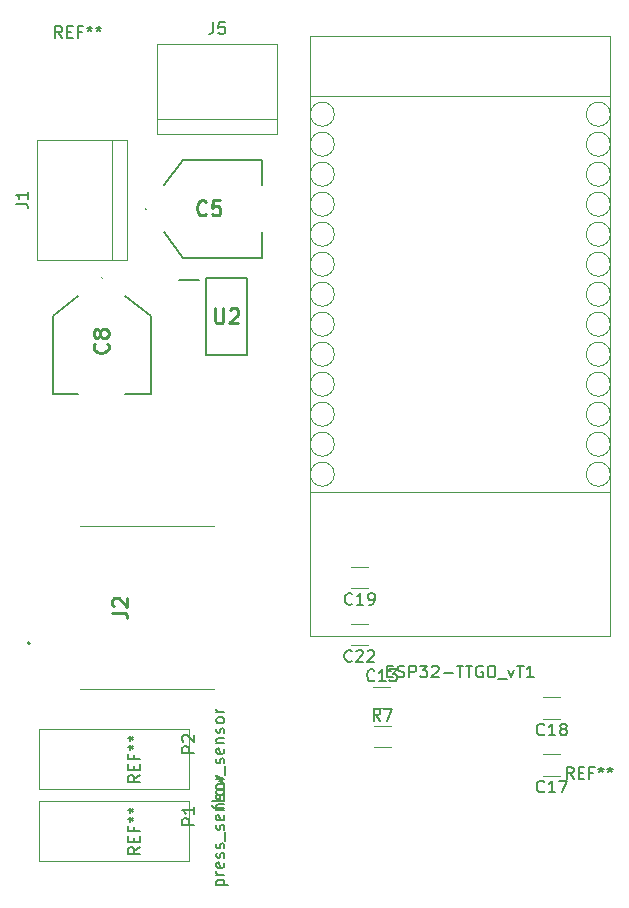
<source format=gbr>
%TF.GenerationSoftware,KiCad,Pcbnew,(5.1.12)-1*%
%TF.CreationDate,2021-12-15T12:49:01+01:00*%
%TF.ProjectId,HorseFOT_thomas_v1,486f7273-6546-44f5-945f-74686f6d6173,rev?*%
%TF.SameCoordinates,Original*%
%TF.FileFunction,Legend,Top*%
%TF.FilePolarity,Positive*%
%FSLAX46Y46*%
G04 Gerber Fmt 4.6, Leading zero omitted, Abs format (unit mm)*
G04 Created by KiCad (PCBNEW (5.1.12)-1) date 2021-12-15 12:49:01*
%MOMM*%
%LPD*%
G01*
G04 APERTURE LIST*
%ADD10C,0.100000*%
%ADD11C,0.200000*%
%ADD12C,0.120000*%
%ADD13C,0.050000*%
%ADD14C,0.254000*%
%ADD15C,0.150000*%
G04 APERTURE END LIST*
D10*
%TO.C,J2*%
X148909000Y-82381000D02*
X137635000Y-82381000D01*
X148909000Y-96181000D02*
X137609000Y-96181000D01*
D11*
X133359000Y-92281000D02*
X133359000Y-92281000D01*
X133159000Y-92281000D02*
X133159000Y-92281000D01*
X133359000Y-92281000D02*
G75*
G02*
X133159000Y-92281000I-100000J0D01*
G01*
X133159000Y-92281000D02*
G75*
G02*
X133359000Y-92281000I100000J0D01*
G01*
%TO.C,U2*%
X148237000Y-61393000D02*
X151737000Y-61393000D01*
X151737000Y-61393000D02*
X151737000Y-67893000D01*
X151737000Y-67893000D02*
X148237000Y-67893000D01*
X148237000Y-67893000D02*
X148237000Y-61393000D01*
X145962000Y-61518000D02*
X147712000Y-61518000D01*
D12*
%TO.C,ESP32-TTGO_vT1*%
X182499000Y-77978000D02*
G75*
G03*
X182499000Y-77978000I-1016000J0D01*
G01*
X182499000Y-75438000D02*
G75*
G03*
X182499000Y-75438000I-1016000J0D01*
G01*
X182499000Y-72898000D02*
G75*
G03*
X182499000Y-72898000I-1016000J0D01*
G01*
X182499000Y-70358000D02*
G75*
G03*
X182499000Y-70358000I-1016000J0D01*
G01*
X182499000Y-67818000D02*
G75*
G03*
X182499000Y-67818000I-1016000J0D01*
G01*
X182499000Y-62738000D02*
G75*
G03*
X182499000Y-62738000I-1016000J0D01*
G01*
X182499000Y-60198000D02*
G75*
G03*
X182499000Y-60198000I-1016000J0D01*
G01*
X182499000Y-57658000D02*
G75*
G03*
X182499000Y-57658000I-1016000J0D01*
G01*
X182499000Y-55118000D02*
G75*
G03*
X182499000Y-55118000I-1016000J0D01*
G01*
X182499000Y-52578000D02*
G75*
G03*
X182499000Y-52578000I-1016000J0D01*
G01*
X182499000Y-50038000D02*
G75*
G03*
X182499000Y-50038000I-1016000J0D01*
G01*
X182499000Y-47498000D02*
G75*
G03*
X182499000Y-47498000I-1016000J0D01*
G01*
X157099000Y-79502000D02*
X182499000Y-79502000D01*
X159131000Y-77978000D02*
G75*
G03*
X159131000Y-77978000I-1016000J0D01*
G01*
X159131000Y-75438000D02*
G75*
G03*
X159131000Y-75438000I-1016000J0D01*
G01*
X159131000Y-72898000D02*
G75*
G03*
X159131000Y-72898000I-1016000J0D01*
G01*
X159131000Y-70358000D02*
G75*
G03*
X159131000Y-70358000I-1016000J0D01*
G01*
X159131000Y-67818000D02*
G75*
G03*
X159131000Y-67818000I-1016000J0D01*
G01*
X159131000Y-65278000D02*
G75*
G03*
X159131000Y-65278000I-1016000J0D01*
G01*
X159131000Y-62738000D02*
G75*
G03*
X159131000Y-62738000I-1016000J0D01*
G01*
X159131000Y-60198000D02*
G75*
G03*
X159131000Y-60198000I-1016000J0D01*
G01*
X159131000Y-57658000D02*
G75*
G03*
X159131000Y-57658000I-1016000J0D01*
G01*
X159131000Y-55118000D02*
G75*
G03*
X159131000Y-55118000I-1016000J0D01*
G01*
X159131000Y-52578000D02*
G75*
G03*
X159131000Y-52578000I-1016000J0D01*
G01*
X159131000Y-50038000D02*
G75*
G03*
X159131000Y-50038000I-1016000J0D01*
G01*
X159131000Y-47498000D02*
G75*
G03*
X159131000Y-47498000I-1016000J0D01*
G01*
X157099000Y-45974000D02*
X182499000Y-45974000D01*
X157099000Y-91694000D02*
X157099000Y-40894000D01*
X157099000Y-40894000D02*
X182499000Y-40894000D01*
X182499000Y-40894000D02*
X182499000Y-91694000D01*
X157099000Y-91694000D02*
X182499000Y-91694000D01*
X182499000Y-65278000D02*
G75*
G03*
X182499000Y-65278000I-1016000J0D01*
G01*
%TO.C,R7*%
X162467936Y-99293000D02*
X163922064Y-99293000D01*
X162467936Y-101113000D02*
X163922064Y-101113000D01*
%TO.C,P2*%
X146812000Y-104648000D02*
X134112000Y-104648000D01*
X146812000Y-104648000D02*
X146812000Y-99568000D01*
X146812000Y-99568000D02*
X134112000Y-99568000D01*
X134112000Y-104648000D02*
X134112000Y-99568000D01*
%TO.C,P1*%
X146812000Y-110744000D02*
X134112000Y-110744000D01*
X146812000Y-110744000D02*
X146812000Y-105664000D01*
X146812000Y-105664000D02*
X134112000Y-105664000D01*
X134112000Y-110744000D02*
X134112000Y-105664000D01*
%TO.C,J5*%
X154305000Y-47879000D02*
X144145000Y-47879000D01*
X154305000Y-49149000D02*
X154305000Y-41529000D01*
X154305000Y-41529000D02*
X144145000Y-41529000D01*
X144145000Y-41529000D02*
X144145000Y-49149000D01*
X144145000Y-49149000D02*
X154305000Y-49149000D01*
%TO.C,J1*%
X140335000Y-49657000D02*
X140335000Y-59817000D01*
X141605000Y-49657000D02*
X133985000Y-49657000D01*
X133985000Y-49657000D02*
X133985000Y-59817000D01*
X133985000Y-59817000D02*
X141605000Y-59817000D01*
X141605000Y-59817000D02*
X141605000Y-49657000D01*
%TO.C,C22*%
X161962752Y-92477000D02*
X160540248Y-92477000D01*
X161962752Y-90657000D02*
X160540248Y-90657000D01*
%TO.C,C19*%
X162001252Y-87651000D02*
X160578748Y-87651000D01*
X162001252Y-85831000D02*
X160578748Y-85831000D01*
%TO.C,C18*%
X178257252Y-98700000D02*
X176834748Y-98700000D01*
X178257252Y-96880000D02*
X176834748Y-96880000D01*
%TO.C,C17*%
X178257252Y-103526000D02*
X176834748Y-103526000D01*
X178257252Y-101706000D02*
X176834748Y-101706000D01*
%TO.C,C13*%
X162445248Y-95991000D02*
X163867752Y-95991000D01*
X162445248Y-97811000D02*
X163867752Y-97811000D01*
D11*
%TO.C,C8*%
X135296000Y-71206000D02*
X137446000Y-71206000D01*
X135296000Y-64556000D02*
X135296000Y-71206000D01*
X137446000Y-62906000D02*
X135296000Y-64556000D01*
X143596000Y-71206000D02*
X141446000Y-71206000D01*
X143596000Y-64556000D02*
X143596000Y-71206000D01*
X141446000Y-62906000D02*
X143596000Y-64556000D01*
D13*
X139446000Y-61381000D02*
X139446000Y-61381000D01*
X139446000Y-61331000D02*
X139446000Y-61331000D01*
X139446000Y-61331000D02*
G75*
G02*
X139446000Y-61381000I0J-25000D01*
G01*
X139446000Y-61381000D02*
G75*
G02*
X139446000Y-61331000I0J25000D01*
G01*
D11*
%TO.C,C5*%
X152994000Y-59649000D02*
X152994000Y-57499000D01*
X146344000Y-59649000D02*
X152994000Y-59649000D01*
X144694000Y-57499000D02*
X146344000Y-59649000D01*
X152994000Y-51349000D02*
X152994000Y-53499000D01*
X146344000Y-51349000D02*
X152994000Y-51349000D01*
X144694000Y-53499000D02*
X146344000Y-51349000D01*
D13*
X143169000Y-55499000D02*
X143169000Y-55499000D01*
X143119000Y-55499000D02*
X143119000Y-55499000D01*
X143119000Y-55499000D02*
G75*
G02*
X143169000Y-55499000I25000J0D01*
G01*
X143169000Y-55499000D02*
G75*
G02*
X143119000Y-55499000I-25000J0D01*
G01*
%TO.C,J2*%
D14*
X140338523Y-89704333D02*
X141245666Y-89704333D01*
X141427095Y-89764809D01*
X141548047Y-89885761D01*
X141608523Y-90067190D01*
X141608523Y-90188142D01*
X140459476Y-89160047D02*
X140399000Y-89099571D01*
X140338523Y-88978619D01*
X140338523Y-88676238D01*
X140399000Y-88555285D01*
X140459476Y-88494809D01*
X140580428Y-88434333D01*
X140701380Y-88434333D01*
X140882809Y-88494809D01*
X141608523Y-89220523D01*
X141608523Y-88434333D01*
%TO.C,U2*%
X149019380Y-63947523D02*
X149019380Y-64975619D01*
X149079857Y-65096571D01*
X149140333Y-65157047D01*
X149261285Y-65217523D01*
X149503190Y-65217523D01*
X149624142Y-65157047D01*
X149684619Y-65096571D01*
X149745095Y-64975619D01*
X149745095Y-63947523D01*
X150289380Y-64068476D02*
X150349857Y-64008000D01*
X150470809Y-63947523D01*
X150773190Y-63947523D01*
X150894142Y-64008000D01*
X150954619Y-64068476D01*
X151015095Y-64189428D01*
X151015095Y-64310380D01*
X150954619Y-64491809D01*
X150228904Y-65217523D01*
X151015095Y-65217523D01*
%TO.C,ESP32-TTGO_vT1*%
D15*
X163632333Y-94662571D02*
X163965666Y-94662571D01*
X164108523Y-95186380D02*
X163632333Y-95186380D01*
X163632333Y-94186380D01*
X164108523Y-94186380D01*
X164489476Y-95138761D02*
X164632333Y-95186380D01*
X164870428Y-95186380D01*
X164965666Y-95138761D01*
X165013285Y-95091142D01*
X165060904Y-94995904D01*
X165060904Y-94900666D01*
X165013285Y-94805428D01*
X164965666Y-94757809D01*
X164870428Y-94710190D01*
X164679952Y-94662571D01*
X164584714Y-94614952D01*
X164537095Y-94567333D01*
X164489476Y-94472095D01*
X164489476Y-94376857D01*
X164537095Y-94281619D01*
X164584714Y-94234000D01*
X164679952Y-94186380D01*
X164918047Y-94186380D01*
X165060904Y-94234000D01*
X165489476Y-95186380D02*
X165489476Y-94186380D01*
X165870428Y-94186380D01*
X165965666Y-94234000D01*
X166013285Y-94281619D01*
X166060904Y-94376857D01*
X166060904Y-94519714D01*
X166013285Y-94614952D01*
X165965666Y-94662571D01*
X165870428Y-94710190D01*
X165489476Y-94710190D01*
X166394238Y-94186380D02*
X167013285Y-94186380D01*
X166679952Y-94567333D01*
X166822809Y-94567333D01*
X166918047Y-94614952D01*
X166965666Y-94662571D01*
X167013285Y-94757809D01*
X167013285Y-94995904D01*
X166965666Y-95091142D01*
X166918047Y-95138761D01*
X166822809Y-95186380D01*
X166537095Y-95186380D01*
X166441857Y-95138761D01*
X166394238Y-95091142D01*
X167394238Y-94281619D02*
X167441857Y-94234000D01*
X167537095Y-94186380D01*
X167775190Y-94186380D01*
X167870428Y-94234000D01*
X167918047Y-94281619D01*
X167965666Y-94376857D01*
X167965666Y-94472095D01*
X167918047Y-94614952D01*
X167346619Y-95186380D01*
X167965666Y-95186380D01*
X168394238Y-94805428D02*
X169156142Y-94805428D01*
X169489476Y-94186380D02*
X170060904Y-94186380D01*
X169775190Y-95186380D02*
X169775190Y-94186380D01*
X170251380Y-94186380D02*
X170822809Y-94186380D01*
X170537095Y-95186380D02*
X170537095Y-94186380D01*
X171679952Y-94234000D02*
X171584714Y-94186380D01*
X171441857Y-94186380D01*
X171299000Y-94234000D01*
X171203761Y-94329238D01*
X171156142Y-94424476D01*
X171108523Y-94614952D01*
X171108523Y-94757809D01*
X171156142Y-94948285D01*
X171203761Y-95043523D01*
X171299000Y-95138761D01*
X171441857Y-95186380D01*
X171537095Y-95186380D01*
X171679952Y-95138761D01*
X171727571Y-95091142D01*
X171727571Y-94757809D01*
X171537095Y-94757809D01*
X172346619Y-94186380D02*
X172537095Y-94186380D01*
X172632333Y-94234000D01*
X172727571Y-94329238D01*
X172775190Y-94519714D01*
X172775190Y-94853047D01*
X172727571Y-95043523D01*
X172632333Y-95138761D01*
X172537095Y-95186380D01*
X172346619Y-95186380D01*
X172251380Y-95138761D01*
X172156142Y-95043523D01*
X172108523Y-94853047D01*
X172108523Y-94519714D01*
X172156142Y-94329238D01*
X172251380Y-94234000D01*
X172346619Y-94186380D01*
X172965666Y-95281619D02*
X173727571Y-95281619D01*
X173870428Y-94519714D02*
X174108523Y-95186380D01*
X174346619Y-94519714D01*
X174584714Y-94186380D02*
X175156142Y-94186380D01*
X174870428Y-95186380D02*
X174870428Y-94186380D01*
X176013285Y-95186380D02*
X175441857Y-95186380D01*
X175727571Y-95186380D02*
X175727571Y-94186380D01*
X175632333Y-94329238D01*
X175537095Y-94424476D01*
X175441857Y-94472095D01*
%TO.C,REF\u002A\u002A*%
X136080666Y-41037380D02*
X135747333Y-40561190D01*
X135509238Y-41037380D02*
X135509238Y-40037380D01*
X135890190Y-40037380D01*
X135985428Y-40085000D01*
X136033047Y-40132619D01*
X136080666Y-40227857D01*
X136080666Y-40370714D01*
X136033047Y-40465952D01*
X135985428Y-40513571D01*
X135890190Y-40561190D01*
X135509238Y-40561190D01*
X136509238Y-40513571D02*
X136842571Y-40513571D01*
X136985428Y-41037380D02*
X136509238Y-41037380D01*
X136509238Y-40037380D01*
X136985428Y-40037380D01*
X137747333Y-40513571D02*
X137414000Y-40513571D01*
X137414000Y-41037380D02*
X137414000Y-40037380D01*
X137890190Y-40037380D01*
X138414000Y-40037380D02*
X138414000Y-40275476D01*
X138175904Y-40180238D02*
X138414000Y-40275476D01*
X138652095Y-40180238D01*
X138271142Y-40465952D02*
X138414000Y-40275476D01*
X138556857Y-40465952D01*
X139175904Y-40037380D02*
X139175904Y-40275476D01*
X138937809Y-40180238D02*
X139175904Y-40275476D01*
X139414000Y-40180238D01*
X139033047Y-40465952D02*
X139175904Y-40275476D01*
X139318761Y-40465952D01*
X179387666Y-103775380D02*
X179054333Y-103299190D01*
X178816238Y-103775380D02*
X178816238Y-102775380D01*
X179197190Y-102775380D01*
X179292428Y-102823000D01*
X179340047Y-102870619D01*
X179387666Y-102965857D01*
X179387666Y-103108714D01*
X179340047Y-103203952D01*
X179292428Y-103251571D01*
X179197190Y-103299190D01*
X178816238Y-103299190D01*
X179816238Y-103251571D02*
X180149571Y-103251571D01*
X180292428Y-103775380D02*
X179816238Y-103775380D01*
X179816238Y-102775380D01*
X180292428Y-102775380D01*
X181054333Y-103251571D02*
X180721000Y-103251571D01*
X180721000Y-103775380D02*
X180721000Y-102775380D01*
X181197190Y-102775380D01*
X181721000Y-102775380D02*
X181721000Y-103013476D01*
X181482904Y-102918238D02*
X181721000Y-103013476D01*
X181959095Y-102918238D01*
X181578142Y-103203952D02*
X181721000Y-103013476D01*
X181863857Y-103203952D01*
X182482904Y-102775380D02*
X182482904Y-103013476D01*
X182244809Y-102918238D02*
X182482904Y-103013476D01*
X182721000Y-102918238D01*
X182340047Y-103203952D02*
X182482904Y-103013476D01*
X182625761Y-103203952D01*
%TO.C,R7*%
X163028333Y-98835380D02*
X162695000Y-98359190D01*
X162456904Y-98835380D02*
X162456904Y-97835380D01*
X162837857Y-97835380D01*
X162933095Y-97883000D01*
X162980714Y-97930619D01*
X163028333Y-98025857D01*
X163028333Y-98168714D01*
X162980714Y-98263952D01*
X162933095Y-98311571D01*
X162837857Y-98359190D01*
X162456904Y-98359190D01*
X163361666Y-97835380D02*
X164028333Y-97835380D01*
X163599761Y-98835380D01*
%TO.C,P2*%
X147264380Y-101576095D02*
X146264380Y-101576095D01*
X146264380Y-101195142D01*
X146312000Y-101099904D01*
X146359619Y-101052285D01*
X146454857Y-101004666D01*
X146597714Y-101004666D01*
X146692952Y-101052285D01*
X146740571Y-101099904D01*
X146788190Y-101195142D01*
X146788190Y-101576095D01*
X146359619Y-100623714D02*
X146312000Y-100576095D01*
X146264380Y-100480857D01*
X146264380Y-100242761D01*
X146312000Y-100147523D01*
X146359619Y-100099904D01*
X146454857Y-100052285D01*
X146550095Y-100052285D01*
X146692952Y-100099904D01*
X147264380Y-100671333D01*
X147264380Y-100052285D01*
X149137714Y-106369904D02*
X149137714Y-105988952D01*
X149804380Y-106227047D02*
X148947238Y-106227047D01*
X148852000Y-106179428D01*
X148804380Y-106084190D01*
X148804380Y-105988952D01*
X149804380Y-105512761D02*
X149756761Y-105608000D01*
X149661523Y-105655619D01*
X148804380Y-105655619D01*
X149804380Y-104988952D02*
X149756761Y-105084190D01*
X149709142Y-105131809D01*
X149613904Y-105179428D01*
X149328190Y-105179428D01*
X149232952Y-105131809D01*
X149185333Y-105084190D01*
X149137714Y-104988952D01*
X149137714Y-104846095D01*
X149185333Y-104750857D01*
X149232952Y-104703238D01*
X149328190Y-104655619D01*
X149613904Y-104655619D01*
X149709142Y-104703238D01*
X149756761Y-104750857D01*
X149804380Y-104846095D01*
X149804380Y-104988952D01*
X149137714Y-104322285D02*
X149804380Y-104131809D01*
X149328190Y-103941333D01*
X149804380Y-103750857D01*
X149137714Y-103560380D01*
X149899619Y-103417523D02*
X149899619Y-102655619D01*
X149756761Y-102465142D02*
X149804380Y-102369904D01*
X149804380Y-102179428D01*
X149756761Y-102084190D01*
X149661523Y-102036571D01*
X149613904Y-102036571D01*
X149518666Y-102084190D01*
X149471047Y-102179428D01*
X149471047Y-102322285D01*
X149423428Y-102417523D01*
X149328190Y-102465142D01*
X149280571Y-102465142D01*
X149185333Y-102417523D01*
X149137714Y-102322285D01*
X149137714Y-102179428D01*
X149185333Y-102084190D01*
X149756761Y-101227047D02*
X149804380Y-101322285D01*
X149804380Y-101512761D01*
X149756761Y-101608000D01*
X149661523Y-101655619D01*
X149280571Y-101655619D01*
X149185333Y-101608000D01*
X149137714Y-101512761D01*
X149137714Y-101322285D01*
X149185333Y-101227047D01*
X149280571Y-101179428D01*
X149375809Y-101179428D01*
X149471047Y-101655619D01*
X149137714Y-100750857D02*
X149804380Y-100750857D01*
X149232952Y-100750857D02*
X149185333Y-100703238D01*
X149137714Y-100608000D01*
X149137714Y-100465142D01*
X149185333Y-100369904D01*
X149280571Y-100322285D01*
X149804380Y-100322285D01*
X149756761Y-99893714D02*
X149804380Y-99798476D01*
X149804380Y-99608000D01*
X149756761Y-99512761D01*
X149661523Y-99465142D01*
X149613904Y-99465142D01*
X149518666Y-99512761D01*
X149471047Y-99608000D01*
X149471047Y-99750857D01*
X149423428Y-99846095D01*
X149328190Y-99893714D01*
X149280571Y-99893714D01*
X149185333Y-99846095D01*
X149137714Y-99750857D01*
X149137714Y-99608000D01*
X149185333Y-99512761D01*
X149804380Y-98893714D02*
X149756761Y-98988952D01*
X149709142Y-99036571D01*
X149613904Y-99084190D01*
X149328190Y-99084190D01*
X149232952Y-99036571D01*
X149185333Y-98988952D01*
X149137714Y-98893714D01*
X149137714Y-98750857D01*
X149185333Y-98655619D01*
X149232952Y-98608000D01*
X149328190Y-98560380D01*
X149613904Y-98560380D01*
X149709142Y-98608000D01*
X149756761Y-98655619D01*
X149804380Y-98750857D01*
X149804380Y-98893714D01*
X149804380Y-98131809D02*
X149137714Y-98131809D01*
X149328190Y-98131809D02*
X149232952Y-98084190D01*
X149185333Y-98036571D01*
X149137714Y-97941333D01*
X149137714Y-97846095D01*
X142664380Y-103441333D02*
X142188190Y-103774666D01*
X142664380Y-104012761D02*
X141664380Y-104012761D01*
X141664380Y-103631809D01*
X141712000Y-103536571D01*
X141759619Y-103488952D01*
X141854857Y-103441333D01*
X141997714Y-103441333D01*
X142092952Y-103488952D01*
X142140571Y-103536571D01*
X142188190Y-103631809D01*
X142188190Y-104012761D01*
X142140571Y-103012761D02*
X142140571Y-102679428D01*
X142664380Y-102536571D02*
X142664380Y-103012761D01*
X141664380Y-103012761D01*
X141664380Y-102536571D01*
X142140571Y-101774666D02*
X142140571Y-102108000D01*
X142664380Y-102108000D02*
X141664380Y-102108000D01*
X141664380Y-101631809D01*
X141664380Y-101108000D02*
X141902476Y-101108000D01*
X141807238Y-101346095D02*
X141902476Y-101108000D01*
X141807238Y-100869904D01*
X142092952Y-101250857D02*
X141902476Y-101108000D01*
X142092952Y-100965142D01*
X141664380Y-100346095D02*
X141902476Y-100346095D01*
X141807238Y-100584190D02*
X141902476Y-100346095D01*
X141807238Y-100108000D01*
X142092952Y-100488952D02*
X141902476Y-100346095D01*
X142092952Y-100203238D01*
%TO.C,P1*%
X147264380Y-107672095D02*
X146264380Y-107672095D01*
X146264380Y-107291142D01*
X146312000Y-107195904D01*
X146359619Y-107148285D01*
X146454857Y-107100666D01*
X146597714Y-107100666D01*
X146692952Y-107148285D01*
X146740571Y-107195904D01*
X146788190Y-107291142D01*
X146788190Y-107672095D01*
X147264380Y-106148285D02*
X147264380Y-106719714D01*
X147264380Y-106434000D02*
X146264380Y-106434000D01*
X146407238Y-106529238D01*
X146502476Y-106624476D01*
X146550095Y-106719714D01*
X149137714Y-112799238D02*
X150137714Y-112799238D01*
X149185333Y-112799238D02*
X149137714Y-112704000D01*
X149137714Y-112513523D01*
X149185333Y-112418285D01*
X149232952Y-112370666D01*
X149328190Y-112323047D01*
X149613904Y-112323047D01*
X149709142Y-112370666D01*
X149756761Y-112418285D01*
X149804380Y-112513523D01*
X149804380Y-112704000D01*
X149756761Y-112799238D01*
X149804380Y-111894476D02*
X149137714Y-111894476D01*
X149328190Y-111894476D02*
X149232952Y-111846857D01*
X149185333Y-111799238D01*
X149137714Y-111704000D01*
X149137714Y-111608761D01*
X149756761Y-110894476D02*
X149804380Y-110989714D01*
X149804380Y-111180190D01*
X149756761Y-111275428D01*
X149661523Y-111323047D01*
X149280571Y-111323047D01*
X149185333Y-111275428D01*
X149137714Y-111180190D01*
X149137714Y-110989714D01*
X149185333Y-110894476D01*
X149280571Y-110846857D01*
X149375809Y-110846857D01*
X149471047Y-111323047D01*
X149756761Y-110465904D02*
X149804380Y-110370666D01*
X149804380Y-110180190D01*
X149756761Y-110084952D01*
X149661523Y-110037333D01*
X149613904Y-110037333D01*
X149518666Y-110084952D01*
X149471047Y-110180190D01*
X149471047Y-110323047D01*
X149423428Y-110418285D01*
X149328190Y-110465904D01*
X149280571Y-110465904D01*
X149185333Y-110418285D01*
X149137714Y-110323047D01*
X149137714Y-110180190D01*
X149185333Y-110084952D01*
X149756761Y-109656380D02*
X149804380Y-109561142D01*
X149804380Y-109370666D01*
X149756761Y-109275428D01*
X149661523Y-109227809D01*
X149613904Y-109227809D01*
X149518666Y-109275428D01*
X149471047Y-109370666D01*
X149471047Y-109513523D01*
X149423428Y-109608761D01*
X149328190Y-109656380D01*
X149280571Y-109656380D01*
X149185333Y-109608761D01*
X149137714Y-109513523D01*
X149137714Y-109370666D01*
X149185333Y-109275428D01*
X149899619Y-109037333D02*
X149899619Y-108275428D01*
X149756761Y-108084952D02*
X149804380Y-107989714D01*
X149804380Y-107799238D01*
X149756761Y-107704000D01*
X149661523Y-107656380D01*
X149613904Y-107656380D01*
X149518666Y-107704000D01*
X149471047Y-107799238D01*
X149471047Y-107942095D01*
X149423428Y-108037333D01*
X149328190Y-108084952D01*
X149280571Y-108084952D01*
X149185333Y-108037333D01*
X149137714Y-107942095D01*
X149137714Y-107799238D01*
X149185333Y-107704000D01*
X149756761Y-106846857D02*
X149804380Y-106942095D01*
X149804380Y-107132571D01*
X149756761Y-107227809D01*
X149661523Y-107275428D01*
X149280571Y-107275428D01*
X149185333Y-107227809D01*
X149137714Y-107132571D01*
X149137714Y-106942095D01*
X149185333Y-106846857D01*
X149280571Y-106799238D01*
X149375809Y-106799238D01*
X149471047Y-107275428D01*
X149137714Y-106370666D02*
X149804380Y-106370666D01*
X149232952Y-106370666D02*
X149185333Y-106323047D01*
X149137714Y-106227809D01*
X149137714Y-106084952D01*
X149185333Y-105989714D01*
X149280571Y-105942095D01*
X149804380Y-105942095D01*
X149756761Y-105513523D02*
X149804380Y-105418285D01*
X149804380Y-105227809D01*
X149756761Y-105132571D01*
X149661523Y-105084952D01*
X149613904Y-105084952D01*
X149518666Y-105132571D01*
X149471047Y-105227809D01*
X149471047Y-105370666D01*
X149423428Y-105465904D01*
X149328190Y-105513523D01*
X149280571Y-105513523D01*
X149185333Y-105465904D01*
X149137714Y-105370666D01*
X149137714Y-105227809D01*
X149185333Y-105132571D01*
X149804380Y-104513523D02*
X149756761Y-104608761D01*
X149709142Y-104656380D01*
X149613904Y-104704000D01*
X149328190Y-104704000D01*
X149232952Y-104656380D01*
X149185333Y-104608761D01*
X149137714Y-104513523D01*
X149137714Y-104370666D01*
X149185333Y-104275428D01*
X149232952Y-104227809D01*
X149328190Y-104180190D01*
X149613904Y-104180190D01*
X149709142Y-104227809D01*
X149756761Y-104275428D01*
X149804380Y-104370666D01*
X149804380Y-104513523D01*
X149804380Y-103751619D02*
X149137714Y-103751619D01*
X149328190Y-103751619D02*
X149232952Y-103704000D01*
X149185333Y-103656380D01*
X149137714Y-103561142D01*
X149137714Y-103465904D01*
X142664380Y-109537333D02*
X142188190Y-109870666D01*
X142664380Y-110108761D02*
X141664380Y-110108761D01*
X141664380Y-109727809D01*
X141712000Y-109632571D01*
X141759619Y-109584952D01*
X141854857Y-109537333D01*
X141997714Y-109537333D01*
X142092952Y-109584952D01*
X142140571Y-109632571D01*
X142188190Y-109727809D01*
X142188190Y-110108761D01*
X142140571Y-109108761D02*
X142140571Y-108775428D01*
X142664380Y-108632571D02*
X142664380Y-109108761D01*
X141664380Y-109108761D01*
X141664380Y-108632571D01*
X142140571Y-107870666D02*
X142140571Y-108204000D01*
X142664380Y-108204000D02*
X141664380Y-108204000D01*
X141664380Y-107727809D01*
X141664380Y-107204000D02*
X141902476Y-107204000D01*
X141807238Y-107442095D02*
X141902476Y-107204000D01*
X141807238Y-106965904D01*
X142092952Y-107346857D02*
X141902476Y-107204000D01*
X142092952Y-107061142D01*
X141664380Y-106442095D02*
X141902476Y-106442095D01*
X141807238Y-106680190D02*
X141902476Y-106442095D01*
X141807238Y-106204000D01*
X142092952Y-106584952D02*
X141902476Y-106442095D01*
X142092952Y-106299238D01*
%TO.C,J5*%
X148891666Y-39711380D02*
X148891666Y-40425666D01*
X148844047Y-40568523D01*
X148748809Y-40663761D01*
X148605952Y-40711380D01*
X148510714Y-40711380D01*
X149844047Y-39711380D02*
X149367857Y-39711380D01*
X149320238Y-40187571D01*
X149367857Y-40139952D01*
X149463095Y-40092333D01*
X149701190Y-40092333D01*
X149796428Y-40139952D01*
X149844047Y-40187571D01*
X149891666Y-40282809D01*
X149891666Y-40520904D01*
X149844047Y-40616142D01*
X149796428Y-40663761D01*
X149701190Y-40711380D01*
X149463095Y-40711380D01*
X149367857Y-40663761D01*
X149320238Y-40616142D01*
%TO.C,J1*%
X132167380Y-55070333D02*
X132881666Y-55070333D01*
X133024523Y-55117952D01*
X133119761Y-55213190D01*
X133167380Y-55356047D01*
X133167380Y-55451285D01*
X133167380Y-54070333D02*
X133167380Y-54641761D01*
X133167380Y-54356047D02*
X132167380Y-54356047D01*
X132310238Y-54451285D01*
X132405476Y-54546523D01*
X132453095Y-54641761D01*
%TO.C,C22*%
X160608642Y-93774142D02*
X160561023Y-93821761D01*
X160418166Y-93869380D01*
X160322928Y-93869380D01*
X160180071Y-93821761D01*
X160084833Y-93726523D01*
X160037214Y-93631285D01*
X159989595Y-93440809D01*
X159989595Y-93297952D01*
X160037214Y-93107476D01*
X160084833Y-93012238D01*
X160180071Y-92917000D01*
X160322928Y-92869380D01*
X160418166Y-92869380D01*
X160561023Y-92917000D01*
X160608642Y-92964619D01*
X160989595Y-92964619D02*
X161037214Y-92917000D01*
X161132452Y-92869380D01*
X161370547Y-92869380D01*
X161465785Y-92917000D01*
X161513404Y-92964619D01*
X161561023Y-93059857D01*
X161561023Y-93155095D01*
X161513404Y-93297952D01*
X160941976Y-93869380D01*
X161561023Y-93869380D01*
X161941976Y-92964619D02*
X161989595Y-92917000D01*
X162084833Y-92869380D01*
X162322928Y-92869380D01*
X162418166Y-92917000D01*
X162465785Y-92964619D01*
X162513404Y-93059857D01*
X162513404Y-93155095D01*
X162465785Y-93297952D01*
X161894357Y-93869380D01*
X162513404Y-93869380D01*
%TO.C,C19*%
X160647142Y-88948142D02*
X160599523Y-88995761D01*
X160456666Y-89043380D01*
X160361428Y-89043380D01*
X160218571Y-88995761D01*
X160123333Y-88900523D01*
X160075714Y-88805285D01*
X160028095Y-88614809D01*
X160028095Y-88471952D01*
X160075714Y-88281476D01*
X160123333Y-88186238D01*
X160218571Y-88091000D01*
X160361428Y-88043380D01*
X160456666Y-88043380D01*
X160599523Y-88091000D01*
X160647142Y-88138619D01*
X161599523Y-89043380D02*
X161028095Y-89043380D01*
X161313809Y-89043380D02*
X161313809Y-88043380D01*
X161218571Y-88186238D01*
X161123333Y-88281476D01*
X161028095Y-88329095D01*
X162075714Y-89043380D02*
X162266190Y-89043380D01*
X162361428Y-88995761D01*
X162409047Y-88948142D01*
X162504285Y-88805285D01*
X162551904Y-88614809D01*
X162551904Y-88233857D01*
X162504285Y-88138619D01*
X162456666Y-88091000D01*
X162361428Y-88043380D01*
X162170952Y-88043380D01*
X162075714Y-88091000D01*
X162028095Y-88138619D01*
X161980476Y-88233857D01*
X161980476Y-88471952D01*
X162028095Y-88567190D01*
X162075714Y-88614809D01*
X162170952Y-88662428D01*
X162361428Y-88662428D01*
X162456666Y-88614809D01*
X162504285Y-88567190D01*
X162551904Y-88471952D01*
%TO.C,C18*%
X176903142Y-99997142D02*
X176855523Y-100044761D01*
X176712666Y-100092380D01*
X176617428Y-100092380D01*
X176474571Y-100044761D01*
X176379333Y-99949523D01*
X176331714Y-99854285D01*
X176284095Y-99663809D01*
X176284095Y-99520952D01*
X176331714Y-99330476D01*
X176379333Y-99235238D01*
X176474571Y-99140000D01*
X176617428Y-99092380D01*
X176712666Y-99092380D01*
X176855523Y-99140000D01*
X176903142Y-99187619D01*
X177855523Y-100092380D02*
X177284095Y-100092380D01*
X177569809Y-100092380D02*
X177569809Y-99092380D01*
X177474571Y-99235238D01*
X177379333Y-99330476D01*
X177284095Y-99378095D01*
X178426952Y-99520952D02*
X178331714Y-99473333D01*
X178284095Y-99425714D01*
X178236476Y-99330476D01*
X178236476Y-99282857D01*
X178284095Y-99187619D01*
X178331714Y-99140000D01*
X178426952Y-99092380D01*
X178617428Y-99092380D01*
X178712666Y-99140000D01*
X178760285Y-99187619D01*
X178807904Y-99282857D01*
X178807904Y-99330476D01*
X178760285Y-99425714D01*
X178712666Y-99473333D01*
X178617428Y-99520952D01*
X178426952Y-99520952D01*
X178331714Y-99568571D01*
X178284095Y-99616190D01*
X178236476Y-99711428D01*
X178236476Y-99901904D01*
X178284095Y-99997142D01*
X178331714Y-100044761D01*
X178426952Y-100092380D01*
X178617428Y-100092380D01*
X178712666Y-100044761D01*
X178760285Y-99997142D01*
X178807904Y-99901904D01*
X178807904Y-99711428D01*
X178760285Y-99616190D01*
X178712666Y-99568571D01*
X178617428Y-99520952D01*
%TO.C,C17*%
X176903142Y-104823142D02*
X176855523Y-104870761D01*
X176712666Y-104918380D01*
X176617428Y-104918380D01*
X176474571Y-104870761D01*
X176379333Y-104775523D01*
X176331714Y-104680285D01*
X176284095Y-104489809D01*
X176284095Y-104346952D01*
X176331714Y-104156476D01*
X176379333Y-104061238D01*
X176474571Y-103966000D01*
X176617428Y-103918380D01*
X176712666Y-103918380D01*
X176855523Y-103966000D01*
X176903142Y-104013619D01*
X177855523Y-104918380D02*
X177284095Y-104918380D01*
X177569809Y-104918380D02*
X177569809Y-103918380D01*
X177474571Y-104061238D01*
X177379333Y-104156476D01*
X177284095Y-104204095D01*
X178188857Y-103918380D02*
X178855523Y-103918380D01*
X178426952Y-104918380D01*
%TO.C,C13*%
X162513642Y-95408142D02*
X162466023Y-95455761D01*
X162323166Y-95503380D01*
X162227928Y-95503380D01*
X162085071Y-95455761D01*
X161989833Y-95360523D01*
X161942214Y-95265285D01*
X161894595Y-95074809D01*
X161894595Y-94931952D01*
X161942214Y-94741476D01*
X161989833Y-94646238D01*
X162085071Y-94551000D01*
X162227928Y-94503380D01*
X162323166Y-94503380D01*
X162466023Y-94551000D01*
X162513642Y-94598619D01*
X163466023Y-95503380D02*
X162894595Y-95503380D01*
X163180309Y-95503380D02*
X163180309Y-94503380D01*
X163085071Y-94646238D01*
X162989833Y-94741476D01*
X162894595Y-94789095D01*
X163799357Y-94503380D02*
X164418404Y-94503380D01*
X164085071Y-94884333D01*
X164227928Y-94884333D01*
X164323166Y-94931952D01*
X164370785Y-94979571D01*
X164418404Y-95074809D01*
X164418404Y-95312904D01*
X164370785Y-95408142D01*
X164323166Y-95455761D01*
X164227928Y-95503380D01*
X163942214Y-95503380D01*
X163846976Y-95455761D01*
X163799357Y-95408142D01*
%TO.C,C8*%
D14*
X139899571Y-66917666D02*
X139960047Y-66978142D01*
X140020523Y-67159571D01*
X140020523Y-67280523D01*
X139960047Y-67461952D01*
X139839095Y-67582904D01*
X139718142Y-67643380D01*
X139476238Y-67703857D01*
X139294809Y-67703857D01*
X139052904Y-67643380D01*
X138931952Y-67582904D01*
X138811000Y-67461952D01*
X138750523Y-67280523D01*
X138750523Y-67159571D01*
X138811000Y-66978142D01*
X138871476Y-66917666D01*
X139294809Y-66191952D02*
X139234333Y-66312904D01*
X139173857Y-66373380D01*
X139052904Y-66433857D01*
X138992428Y-66433857D01*
X138871476Y-66373380D01*
X138811000Y-66312904D01*
X138750523Y-66191952D01*
X138750523Y-65950047D01*
X138811000Y-65829095D01*
X138871476Y-65768619D01*
X138992428Y-65708142D01*
X139052904Y-65708142D01*
X139173857Y-65768619D01*
X139234333Y-65829095D01*
X139294809Y-65950047D01*
X139294809Y-66191952D01*
X139355285Y-66312904D01*
X139415761Y-66373380D01*
X139536714Y-66433857D01*
X139778619Y-66433857D01*
X139899571Y-66373380D01*
X139960047Y-66312904D01*
X140020523Y-66191952D01*
X140020523Y-65950047D01*
X139960047Y-65829095D01*
X139899571Y-65768619D01*
X139778619Y-65708142D01*
X139536714Y-65708142D01*
X139415761Y-65768619D01*
X139355285Y-65829095D01*
X139294809Y-65950047D01*
%TO.C,C5*%
X148282333Y-55952571D02*
X148221857Y-56013047D01*
X148040428Y-56073523D01*
X147919476Y-56073523D01*
X147738047Y-56013047D01*
X147617095Y-55892095D01*
X147556619Y-55771142D01*
X147496142Y-55529238D01*
X147496142Y-55347809D01*
X147556619Y-55105904D01*
X147617095Y-54984952D01*
X147738047Y-54864000D01*
X147919476Y-54803523D01*
X148040428Y-54803523D01*
X148221857Y-54864000D01*
X148282333Y-54924476D01*
X149431380Y-54803523D02*
X148826619Y-54803523D01*
X148766142Y-55408285D01*
X148826619Y-55347809D01*
X148947571Y-55287333D01*
X149249952Y-55287333D01*
X149370904Y-55347809D01*
X149431380Y-55408285D01*
X149491857Y-55529238D01*
X149491857Y-55831619D01*
X149431380Y-55952571D01*
X149370904Y-56013047D01*
X149249952Y-56073523D01*
X148947571Y-56073523D01*
X148826619Y-56013047D01*
X148766142Y-55952571D01*
%TD*%
M02*

</source>
